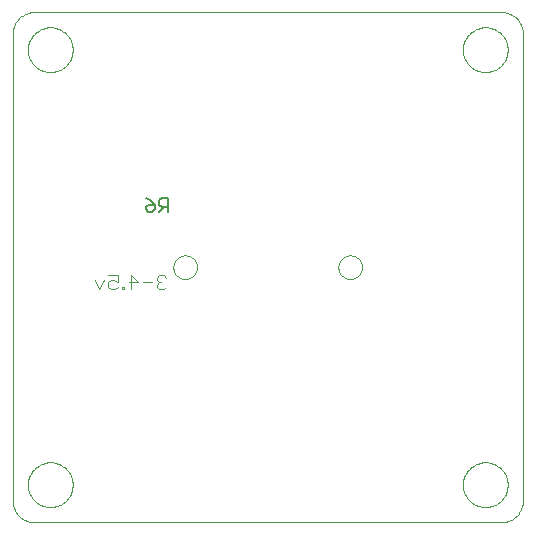
<source format=gbo>
G75*
G70*
%OFA0B0*%
%FSLAX24Y24*%
%IPPOS*%
%LPD*%
%AMOC8*
5,1,8,0,0,1.08239X$1,22.5*
%
%ADD10C,0.0000*%
%ADD11C,0.0040*%
%ADD12C,0.0050*%
D10*
X000150Y000857D02*
X000150Y016443D01*
X000152Y016493D01*
X000157Y016544D01*
X000166Y016593D01*
X000179Y016642D01*
X000195Y016690D01*
X000214Y016737D01*
X000236Y016782D01*
X000262Y016825D01*
X000291Y016867D01*
X000323Y016906D01*
X000357Y016943D01*
X000394Y016977D01*
X000433Y017009D01*
X000475Y017038D01*
X000518Y017064D01*
X000563Y017086D01*
X000610Y017105D01*
X000658Y017121D01*
X000707Y017134D01*
X000756Y017143D01*
X000807Y017148D01*
X000857Y017150D01*
X016443Y017150D01*
X016493Y017148D01*
X016544Y017143D01*
X016593Y017134D01*
X016642Y017121D01*
X016690Y017105D01*
X016737Y017086D01*
X016782Y017064D01*
X016825Y017038D01*
X016867Y017009D01*
X016906Y016977D01*
X016943Y016943D01*
X016977Y016906D01*
X017009Y016867D01*
X017038Y016825D01*
X017064Y016782D01*
X017086Y016737D01*
X017105Y016690D01*
X017121Y016642D01*
X017134Y016593D01*
X017143Y016544D01*
X017148Y016493D01*
X017150Y016443D01*
X017150Y000857D01*
X017148Y000807D01*
X017143Y000756D01*
X017134Y000707D01*
X017121Y000658D01*
X017105Y000610D01*
X017086Y000563D01*
X017064Y000518D01*
X017038Y000475D01*
X017009Y000433D01*
X016977Y000394D01*
X016943Y000357D01*
X016906Y000323D01*
X016867Y000291D01*
X016825Y000262D01*
X016782Y000236D01*
X016737Y000214D01*
X016690Y000195D01*
X016642Y000179D01*
X016593Y000166D01*
X016544Y000157D01*
X016493Y000152D01*
X016443Y000150D01*
X000857Y000150D01*
X000807Y000152D01*
X000756Y000157D01*
X000707Y000166D01*
X000658Y000179D01*
X000610Y000195D01*
X000563Y000214D01*
X000518Y000236D01*
X000475Y000262D01*
X000433Y000291D01*
X000394Y000323D01*
X000357Y000357D01*
X000323Y000394D01*
X000291Y000433D01*
X000262Y000475D01*
X000236Y000518D01*
X000214Y000563D01*
X000195Y000610D01*
X000179Y000658D01*
X000166Y000707D01*
X000157Y000756D01*
X000152Y000807D01*
X000150Y000857D01*
X000652Y001400D02*
X000654Y001455D01*
X000660Y001509D01*
X000670Y001563D01*
X000684Y001615D01*
X000701Y001667D01*
X000723Y001717D01*
X000748Y001766D01*
X000776Y001813D01*
X000808Y001857D01*
X000843Y001899D01*
X000881Y001938D01*
X000922Y001975D01*
X000965Y002008D01*
X001010Y002038D01*
X001058Y002065D01*
X001107Y002088D01*
X001158Y002108D01*
X001211Y002124D01*
X001264Y002136D01*
X001318Y002144D01*
X001373Y002148D01*
X001427Y002148D01*
X001482Y002144D01*
X001536Y002136D01*
X001589Y002124D01*
X001642Y002108D01*
X001693Y002088D01*
X001742Y002065D01*
X001790Y002038D01*
X001835Y002008D01*
X001878Y001975D01*
X001919Y001938D01*
X001957Y001899D01*
X001992Y001857D01*
X002024Y001813D01*
X002052Y001766D01*
X002077Y001717D01*
X002099Y001667D01*
X002116Y001615D01*
X002130Y001563D01*
X002140Y001509D01*
X002146Y001455D01*
X002148Y001400D01*
X002146Y001345D01*
X002140Y001291D01*
X002130Y001237D01*
X002116Y001185D01*
X002099Y001133D01*
X002077Y001083D01*
X002052Y001034D01*
X002024Y000987D01*
X001992Y000943D01*
X001957Y000901D01*
X001919Y000862D01*
X001878Y000825D01*
X001835Y000792D01*
X001790Y000762D01*
X001742Y000735D01*
X001693Y000712D01*
X001642Y000692D01*
X001589Y000676D01*
X001536Y000664D01*
X001482Y000656D01*
X001427Y000652D01*
X001373Y000652D01*
X001318Y000656D01*
X001264Y000664D01*
X001211Y000676D01*
X001158Y000692D01*
X001107Y000712D01*
X001058Y000735D01*
X001010Y000762D01*
X000965Y000792D01*
X000922Y000825D01*
X000881Y000862D01*
X000843Y000901D01*
X000808Y000943D01*
X000776Y000987D01*
X000748Y001034D01*
X000723Y001083D01*
X000701Y001133D01*
X000684Y001185D01*
X000670Y001237D01*
X000660Y001291D01*
X000654Y001345D01*
X000652Y001400D01*
X005506Y008650D02*
X005508Y008689D01*
X005514Y008728D01*
X005524Y008766D01*
X005537Y008803D01*
X005554Y008838D01*
X005574Y008872D01*
X005598Y008903D01*
X005625Y008932D01*
X005654Y008958D01*
X005686Y008981D01*
X005720Y009001D01*
X005756Y009017D01*
X005793Y009029D01*
X005832Y009038D01*
X005871Y009043D01*
X005910Y009044D01*
X005949Y009041D01*
X005988Y009034D01*
X006025Y009023D01*
X006062Y009009D01*
X006097Y008991D01*
X006130Y008970D01*
X006161Y008945D01*
X006189Y008918D01*
X006214Y008888D01*
X006236Y008855D01*
X006255Y008821D01*
X006270Y008785D01*
X006282Y008747D01*
X006290Y008709D01*
X006294Y008670D01*
X006294Y008630D01*
X006290Y008591D01*
X006282Y008553D01*
X006270Y008515D01*
X006255Y008479D01*
X006236Y008445D01*
X006214Y008412D01*
X006189Y008382D01*
X006161Y008355D01*
X006130Y008330D01*
X006097Y008309D01*
X006062Y008291D01*
X006025Y008277D01*
X005988Y008266D01*
X005949Y008259D01*
X005910Y008256D01*
X005871Y008257D01*
X005832Y008262D01*
X005793Y008271D01*
X005756Y008283D01*
X005720Y008299D01*
X005686Y008319D01*
X005654Y008342D01*
X005625Y008368D01*
X005598Y008397D01*
X005574Y008428D01*
X005554Y008462D01*
X005537Y008497D01*
X005524Y008534D01*
X005514Y008572D01*
X005508Y008611D01*
X005506Y008650D01*
X011006Y008650D02*
X011008Y008689D01*
X011014Y008728D01*
X011024Y008766D01*
X011037Y008803D01*
X011054Y008838D01*
X011074Y008872D01*
X011098Y008903D01*
X011125Y008932D01*
X011154Y008958D01*
X011186Y008981D01*
X011220Y009001D01*
X011256Y009017D01*
X011293Y009029D01*
X011332Y009038D01*
X011371Y009043D01*
X011410Y009044D01*
X011449Y009041D01*
X011488Y009034D01*
X011525Y009023D01*
X011562Y009009D01*
X011597Y008991D01*
X011630Y008970D01*
X011661Y008945D01*
X011689Y008918D01*
X011714Y008888D01*
X011736Y008855D01*
X011755Y008821D01*
X011770Y008785D01*
X011782Y008747D01*
X011790Y008709D01*
X011794Y008670D01*
X011794Y008630D01*
X011790Y008591D01*
X011782Y008553D01*
X011770Y008515D01*
X011755Y008479D01*
X011736Y008445D01*
X011714Y008412D01*
X011689Y008382D01*
X011661Y008355D01*
X011630Y008330D01*
X011597Y008309D01*
X011562Y008291D01*
X011525Y008277D01*
X011488Y008266D01*
X011449Y008259D01*
X011410Y008256D01*
X011371Y008257D01*
X011332Y008262D01*
X011293Y008271D01*
X011256Y008283D01*
X011220Y008299D01*
X011186Y008319D01*
X011154Y008342D01*
X011125Y008368D01*
X011098Y008397D01*
X011074Y008428D01*
X011054Y008462D01*
X011037Y008497D01*
X011024Y008534D01*
X011014Y008572D01*
X011008Y008611D01*
X011006Y008650D01*
X015152Y015900D02*
X015154Y015955D01*
X015160Y016009D01*
X015170Y016063D01*
X015184Y016115D01*
X015201Y016167D01*
X015223Y016217D01*
X015248Y016266D01*
X015276Y016313D01*
X015308Y016357D01*
X015343Y016399D01*
X015381Y016438D01*
X015422Y016475D01*
X015465Y016508D01*
X015510Y016538D01*
X015558Y016565D01*
X015607Y016588D01*
X015658Y016608D01*
X015711Y016624D01*
X015764Y016636D01*
X015818Y016644D01*
X015873Y016648D01*
X015927Y016648D01*
X015982Y016644D01*
X016036Y016636D01*
X016089Y016624D01*
X016142Y016608D01*
X016193Y016588D01*
X016242Y016565D01*
X016290Y016538D01*
X016335Y016508D01*
X016378Y016475D01*
X016419Y016438D01*
X016457Y016399D01*
X016492Y016357D01*
X016524Y016313D01*
X016552Y016266D01*
X016577Y016217D01*
X016599Y016167D01*
X016616Y016115D01*
X016630Y016063D01*
X016640Y016009D01*
X016646Y015955D01*
X016648Y015900D01*
X016646Y015845D01*
X016640Y015791D01*
X016630Y015737D01*
X016616Y015685D01*
X016599Y015633D01*
X016577Y015583D01*
X016552Y015534D01*
X016524Y015487D01*
X016492Y015443D01*
X016457Y015401D01*
X016419Y015362D01*
X016378Y015325D01*
X016335Y015292D01*
X016290Y015262D01*
X016242Y015235D01*
X016193Y015212D01*
X016142Y015192D01*
X016089Y015176D01*
X016036Y015164D01*
X015982Y015156D01*
X015927Y015152D01*
X015873Y015152D01*
X015818Y015156D01*
X015764Y015164D01*
X015711Y015176D01*
X015658Y015192D01*
X015607Y015212D01*
X015558Y015235D01*
X015510Y015262D01*
X015465Y015292D01*
X015422Y015325D01*
X015381Y015362D01*
X015343Y015401D01*
X015308Y015443D01*
X015276Y015487D01*
X015248Y015534D01*
X015223Y015583D01*
X015201Y015633D01*
X015184Y015685D01*
X015170Y015737D01*
X015160Y015791D01*
X015154Y015845D01*
X015152Y015900D01*
X000652Y015900D02*
X000654Y015955D01*
X000660Y016009D01*
X000670Y016063D01*
X000684Y016115D01*
X000701Y016167D01*
X000723Y016217D01*
X000748Y016266D01*
X000776Y016313D01*
X000808Y016357D01*
X000843Y016399D01*
X000881Y016438D01*
X000922Y016475D01*
X000965Y016508D01*
X001010Y016538D01*
X001058Y016565D01*
X001107Y016588D01*
X001158Y016608D01*
X001211Y016624D01*
X001264Y016636D01*
X001318Y016644D01*
X001373Y016648D01*
X001427Y016648D01*
X001482Y016644D01*
X001536Y016636D01*
X001589Y016624D01*
X001642Y016608D01*
X001693Y016588D01*
X001742Y016565D01*
X001790Y016538D01*
X001835Y016508D01*
X001878Y016475D01*
X001919Y016438D01*
X001957Y016399D01*
X001992Y016357D01*
X002024Y016313D01*
X002052Y016266D01*
X002077Y016217D01*
X002099Y016167D01*
X002116Y016115D01*
X002130Y016063D01*
X002140Y016009D01*
X002146Y015955D01*
X002148Y015900D01*
X002146Y015845D01*
X002140Y015791D01*
X002130Y015737D01*
X002116Y015685D01*
X002099Y015633D01*
X002077Y015583D01*
X002052Y015534D01*
X002024Y015487D01*
X001992Y015443D01*
X001957Y015401D01*
X001919Y015362D01*
X001878Y015325D01*
X001835Y015292D01*
X001790Y015262D01*
X001742Y015235D01*
X001693Y015212D01*
X001642Y015192D01*
X001589Y015176D01*
X001536Y015164D01*
X001482Y015156D01*
X001427Y015152D01*
X001373Y015152D01*
X001318Y015156D01*
X001264Y015164D01*
X001211Y015176D01*
X001158Y015192D01*
X001107Y015212D01*
X001058Y015235D01*
X001010Y015262D01*
X000965Y015292D01*
X000922Y015325D01*
X000881Y015362D01*
X000843Y015401D01*
X000808Y015443D01*
X000776Y015487D01*
X000748Y015534D01*
X000723Y015583D01*
X000701Y015633D01*
X000684Y015685D01*
X000670Y015737D01*
X000660Y015791D01*
X000654Y015845D01*
X000652Y015900D01*
X015152Y001400D02*
X015154Y001455D01*
X015160Y001509D01*
X015170Y001563D01*
X015184Y001615D01*
X015201Y001667D01*
X015223Y001717D01*
X015248Y001766D01*
X015276Y001813D01*
X015308Y001857D01*
X015343Y001899D01*
X015381Y001938D01*
X015422Y001975D01*
X015465Y002008D01*
X015510Y002038D01*
X015558Y002065D01*
X015607Y002088D01*
X015658Y002108D01*
X015711Y002124D01*
X015764Y002136D01*
X015818Y002144D01*
X015873Y002148D01*
X015927Y002148D01*
X015982Y002144D01*
X016036Y002136D01*
X016089Y002124D01*
X016142Y002108D01*
X016193Y002088D01*
X016242Y002065D01*
X016290Y002038D01*
X016335Y002008D01*
X016378Y001975D01*
X016419Y001938D01*
X016457Y001899D01*
X016492Y001857D01*
X016524Y001813D01*
X016552Y001766D01*
X016577Y001717D01*
X016599Y001667D01*
X016616Y001615D01*
X016630Y001563D01*
X016640Y001509D01*
X016646Y001455D01*
X016648Y001400D01*
X016646Y001345D01*
X016640Y001291D01*
X016630Y001237D01*
X016616Y001185D01*
X016599Y001133D01*
X016577Y001083D01*
X016552Y001034D01*
X016524Y000987D01*
X016492Y000943D01*
X016457Y000901D01*
X016419Y000862D01*
X016378Y000825D01*
X016335Y000792D01*
X016290Y000762D01*
X016242Y000735D01*
X016193Y000712D01*
X016142Y000692D01*
X016089Y000676D01*
X016036Y000664D01*
X015982Y000656D01*
X015927Y000652D01*
X015873Y000652D01*
X015818Y000656D01*
X015764Y000664D01*
X015711Y000676D01*
X015658Y000692D01*
X015607Y000712D01*
X015558Y000735D01*
X015510Y000762D01*
X015465Y000792D01*
X015422Y000825D01*
X015381Y000862D01*
X015343Y000901D01*
X015308Y000943D01*
X015276Y000987D01*
X015248Y001034D01*
X015223Y001083D01*
X015201Y001133D01*
X015184Y001185D01*
X015170Y001237D01*
X015160Y001291D01*
X015154Y001345D01*
X015152Y001400D01*
D11*
X005255Y007997D02*
X005178Y007920D01*
X005025Y007920D01*
X004948Y007997D01*
X004948Y008073D01*
X005025Y008150D01*
X005102Y008150D01*
X005025Y008150D02*
X004948Y008227D01*
X004948Y008304D01*
X005025Y008380D01*
X005178Y008380D01*
X005255Y008304D01*
X004795Y008150D02*
X004488Y008150D01*
X004334Y008150D02*
X004027Y008150D01*
X003874Y007997D02*
X003797Y007997D01*
X003797Y007920D01*
X003874Y007920D01*
X003874Y007997D01*
X003644Y007997D02*
X003567Y007920D01*
X003413Y007920D01*
X003337Y007997D01*
X003337Y008150D01*
X003413Y008227D01*
X003490Y008227D01*
X003644Y008150D01*
X003644Y008380D01*
X003337Y008380D01*
X003183Y008227D02*
X003030Y007920D01*
X002876Y008227D01*
X004104Y008380D02*
X004104Y007920D01*
X004334Y008150D02*
X004104Y008380D01*
D12*
X004650Y010500D02*
X004575Y010575D01*
X004575Y010650D01*
X004650Y010725D01*
X004875Y010725D01*
X004875Y010575D01*
X004800Y010500D01*
X004650Y010500D01*
X004875Y010725D02*
X004725Y010875D01*
X004575Y010950D01*
X005035Y010875D02*
X005035Y010725D01*
X005110Y010650D01*
X005335Y010650D01*
X005185Y010650D02*
X005035Y010500D01*
X005335Y010500D02*
X005335Y010950D01*
X005110Y010950D01*
X005035Y010875D01*
M02*

</source>
